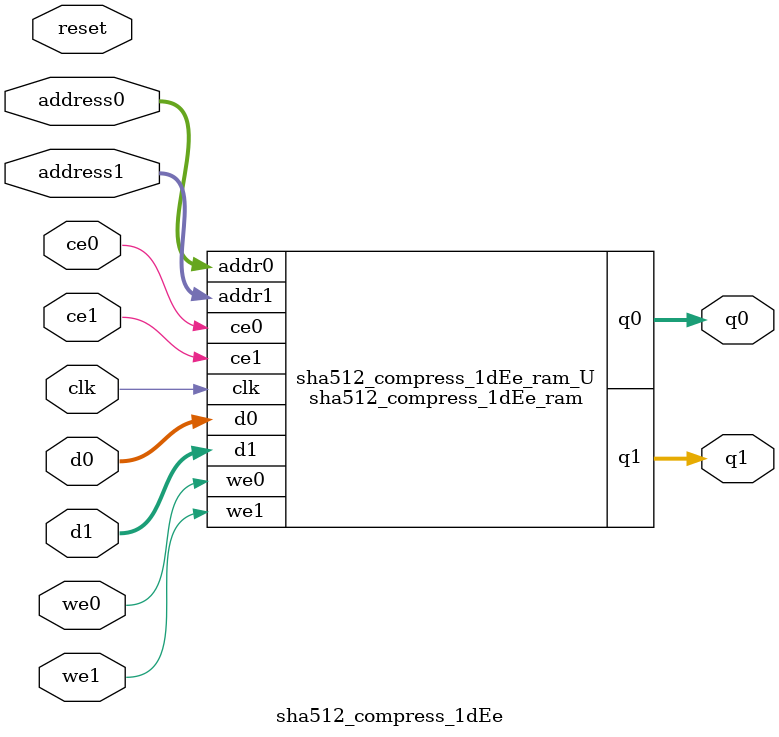
<source format=v>

`timescale 1 ns / 1 ps
module sha512_compress_1dEe_ram (addr0, ce0, d0, we0, q0, addr1, ce1, d1, we1, q1,  clk);

parameter DWIDTH = 64;
parameter AWIDTH = 7;
parameter MEM_SIZE = 80;

input[AWIDTH-1:0] addr0;
input ce0;
input[DWIDTH-1:0] d0;
input we0;
output reg[DWIDTH-1:0] q0;
input[AWIDTH-1:0] addr1;
input ce1;
input[DWIDTH-1:0] d1;
input we1;
output reg[DWIDTH-1:0] q1;
input clk;

(* ram_style = "block" *)reg [DWIDTH-1:0] ram[0:MEM_SIZE-1];




always @(posedge clk)  
begin 
    if (ce0) 
    begin
        if (we0) 
        begin 
            ram[addr0] <= d0; 
            q0 <= d0;
        end 
        else 
            q0 <= ram[addr0];
    end
end


always @(posedge clk)  
begin 
    if (ce1) 
    begin
        if (we1) 
        begin 
            ram[addr1] <= d1; 
            q1 <= d1;
        end 
        else 
            q1 <= ram[addr1];
    end
end


endmodule


`timescale 1 ns / 1 ps
module sha512_compress_1dEe(
    reset,
    clk,
    address0,
    ce0,
    we0,
    d0,
    q0,
    address1,
    ce1,
    we1,
    d1,
    q1);

parameter DataWidth = 32'd64;
parameter AddressRange = 32'd80;
parameter AddressWidth = 32'd7;
input reset;
input clk;
input[AddressWidth - 1:0] address0;
input ce0;
input we0;
input[DataWidth - 1:0] d0;
output[DataWidth - 1:0] q0;
input[AddressWidth - 1:0] address1;
input ce1;
input we1;
input[DataWidth - 1:0] d1;
output[DataWidth - 1:0] q1;



sha512_compress_1dEe_ram sha512_compress_1dEe_ram_U(
    .clk( clk ),
    .addr0( address0 ),
    .ce0( ce0 ),
    .d0( d0 ),
    .we0( we0 ),
    .q0( q0 ),
    .addr1( address1 ),
    .ce1( ce1 ),
    .d1( d1 ),
    .we1( we1 ),
    .q1( q1 ));

endmodule


</source>
